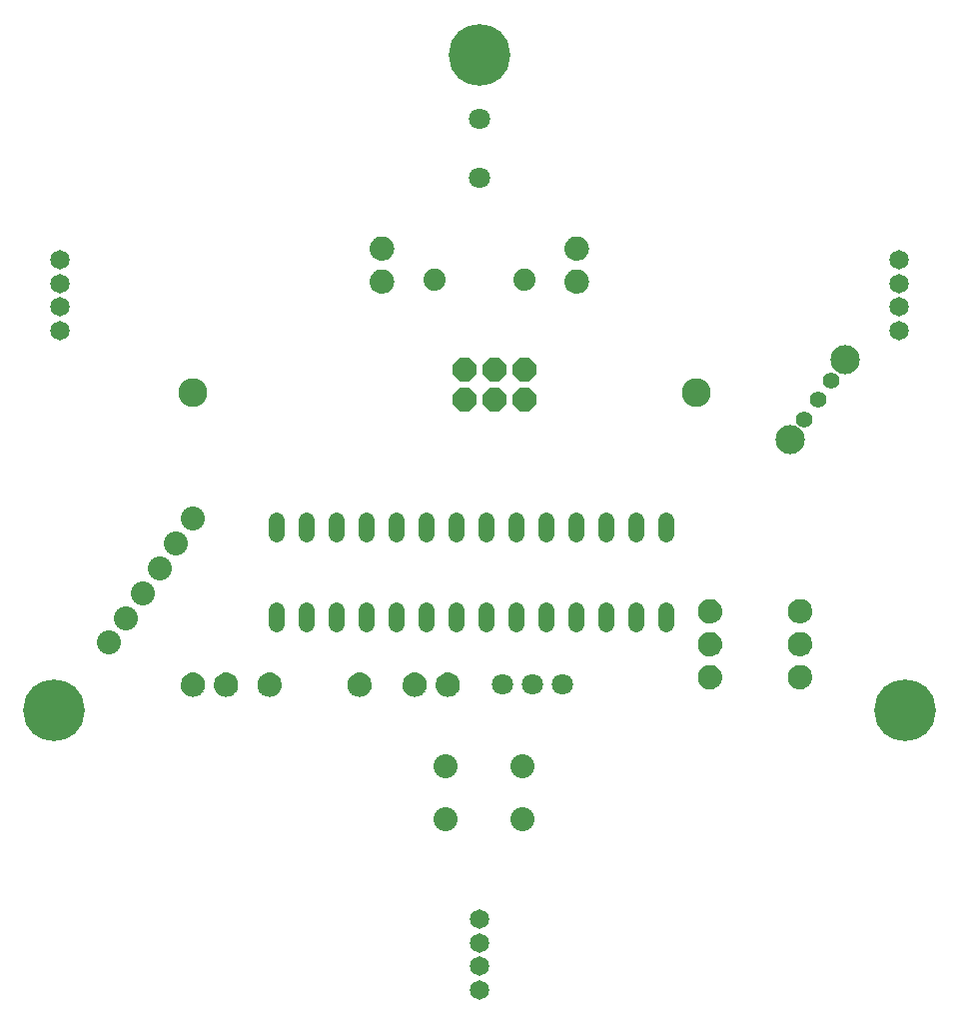
<source format=gbs>
G75*
%MOIN*%
%OFA0B0*%
%FSLAX24Y24*%
%IPPOS*%
%LPD*%
%AMOC8*
5,1,8,0,0,1.08239X$1,22.5*
%
%ADD10C,0.2060*%
%ADD11C,0.0651*%
%ADD12C,0.0800*%
%ADD13C,0.0050*%
%ADD14C,0.0540*%
%ADD15C,0.0740*%
%ADD16C,0.0710*%
%ADD17C,0.0555*%
%ADD18C,0.0975*%
%ADD19OC8,0.0800*%
%ADD20C,0.0960*%
D10*
X005975Y013325D03*
X020175Y035175D03*
X034375Y013325D03*
D11*
X034175Y025994D03*
X034175Y026781D03*
X034175Y027569D03*
X034175Y028356D03*
X020175Y006356D03*
X020175Y005569D03*
X020175Y004781D03*
X020175Y003994D03*
X006175Y025994D03*
X006175Y026781D03*
X006175Y027569D03*
X006175Y028356D03*
D12*
X010621Y019720D03*
X010062Y018891D03*
X009503Y018062D03*
X008943Y017233D03*
X008384Y016404D03*
X007825Y015575D03*
X019045Y011465D03*
X019045Y009685D03*
X021605Y009685D03*
X021605Y011465D03*
D13*
X019387Y013907D02*
X019331Y013862D01*
X019267Y013829D01*
X019197Y013808D01*
X019125Y013802D01*
X019061Y013807D01*
X018998Y013823D01*
X018939Y013849D01*
X018885Y013886D01*
X018839Y013931D01*
X018801Y013983D01*
X018773Y014041D01*
X018756Y014104D01*
X018749Y014168D01*
X018754Y014234D01*
X018770Y014298D01*
X018798Y014358D01*
X018835Y014413D01*
X018881Y014460D01*
X018935Y014499D01*
X018994Y014528D01*
X019058Y014545D01*
X019124Y014552D01*
X019190Y014545D01*
X019253Y014527D01*
X019313Y014498D01*
X019367Y014460D01*
X019413Y014412D01*
X019450Y014357D01*
X019477Y014297D01*
X019493Y014233D01*
X019498Y014167D01*
X019490Y014095D01*
X019468Y014026D01*
X019434Y013963D01*
X019387Y013907D01*
X019397Y013918D02*
X018852Y013918D01*
X018813Y013967D02*
X019436Y013967D01*
X019463Y014015D02*
X018786Y014015D01*
X018767Y014064D02*
X019480Y014064D01*
X019492Y014112D02*
X018755Y014112D01*
X018750Y014161D02*
X019497Y014161D01*
X019495Y014209D02*
X018752Y014209D01*
X018760Y014258D02*
X019487Y014258D01*
X019473Y014306D02*
X018774Y014306D01*
X018796Y014355D02*
X019451Y014355D01*
X019419Y014403D02*
X018828Y014403D01*
X018873Y014452D02*
X019374Y014452D01*
X019309Y014500D02*
X018938Y014500D01*
X019093Y014549D02*
X019154Y014549D01*
X019341Y013870D02*
X018908Y013870D01*
X019002Y013821D02*
X019242Y013821D01*
X018388Y014095D02*
X018366Y014026D01*
X018332Y013963D01*
X018285Y013907D01*
X018229Y013862D01*
X018165Y013829D01*
X018095Y013808D01*
X018023Y013802D01*
X017958Y013807D01*
X017896Y013823D01*
X017837Y013849D01*
X017783Y013886D01*
X017737Y013931D01*
X017699Y013983D01*
X017671Y014041D01*
X017654Y014104D01*
X017647Y014168D01*
X017652Y014234D01*
X017668Y014298D01*
X017696Y014358D01*
X017733Y014413D01*
X017779Y014460D01*
X017833Y014499D01*
X017892Y014528D01*
X017956Y014545D01*
X018022Y014552D01*
X018088Y014545D01*
X018151Y014527D01*
X018211Y014498D01*
X018265Y014460D01*
X018311Y014412D01*
X018348Y014357D01*
X018375Y014297D01*
X018391Y014233D01*
X018396Y014167D01*
X018388Y014095D01*
X018390Y014112D02*
X017653Y014112D01*
X017648Y014161D02*
X018395Y014161D01*
X018393Y014209D02*
X017650Y014209D01*
X017658Y014258D02*
X018385Y014258D01*
X018371Y014306D02*
X017672Y014306D01*
X017694Y014355D02*
X018349Y014355D01*
X018317Y014403D02*
X017726Y014403D01*
X017771Y014452D02*
X018272Y014452D01*
X018207Y014500D02*
X017836Y014500D01*
X017991Y014549D02*
X018052Y014549D01*
X018378Y014064D02*
X017665Y014064D01*
X017684Y014015D02*
X018361Y014015D01*
X018334Y013967D02*
X017711Y013967D01*
X017750Y013918D02*
X018295Y013918D01*
X018239Y013870D02*
X017806Y013870D01*
X017900Y013821D02*
X018140Y013821D01*
X016544Y014096D02*
X016522Y014027D01*
X016488Y013964D01*
X016441Y013908D01*
X016385Y013863D01*
X016321Y013830D01*
X016251Y013809D01*
X016179Y013803D01*
X016114Y013808D01*
X016052Y013824D01*
X015993Y013850D01*
X015939Y013887D01*
X015893Y013932D01*
X015855Y013984D01*
X015827Y014042D01*
X015810Y014105D01*
X015803Y014169D01*
X015808Y014235D01*
X015824Y014299D01*
X015852Y014359D01*
X015889Y014414D01*
X015935Y014461D01*
X015989Y014500D01*
X016048Y014529D01*
X016112Y014546D01*
X016178Y014553D01*
X016244Y014546D01*
X016307Y014528D01*
X016367Y014499D01*
X016421Y014461D01*
X016467Y014413D01*
X016504Y014358D01*
X016531Y014298D01*
X016547Y014234D01*
X016552Y014168D01*
X016544Y014096D01*
X016546Y014112D02*
X015809Y014112D01*
X015804Y014161D02*
X016551Y014161D01*
X016549Y014209D02*
X015806Y014209D01*
X015814Y014258D02*
X016541Y014258D01*
X016527Y014306D02*
X015828Y014306D01*
X015850Y014355D02*
X016505Y014355D01*
X016473Y014403D02*
X015882Y014403D01*
X015926Y014452D02*
X016429Y014452D01*
X016365Y014500D02*
X015990Y014500D01*
X016137Y014549D02*
X016218Y014549D01*
X016534Y014064D02*
X015821Y014064D01*
X015840Y014015D02*
X016516Y014015D01*
X016489Y013967D02*
X015868Y013967D01*
X015907Y013918D02*
X016450Y013918D01*
X016393Y013870D02*
X015964Y013870D01*
X016060Y013821D02*
X016293Y013821D01*
X013543Y014112D02*
X012805Y014112D01*
X012807Y014102D02*
X012800Y014166D01*
X012805Y014232D01*
X012821Y014296D01*
X012849Y014356D01*
X012886Y014411D01*
X012932Y014458D01*
X012986Y014497D01*
X013045Y014526D01*
X013109Y014543D01*
X013175Y014550D01*
X013241Y014543D01*
X013304Y014525D01*
X013364Y014496D01*
X013418Y014458D01*
X013464Y014410D01*
X013501Y014356D01*
X013528Y014295D01*
X013544Y014231D01*
X013549Y014165D01*
X013541Y014093D01*
X013519Y014024D01*
X013485Y013961D01*
X013438Y013905D01*
X013382Y013860D01*
X013318Y013827D01*
X013248Y013806D01*
X013176Y013800D01*
X013111Y013805D01*
X013049Y013821D01*
X012990Y013847D01*
X012936Y013884D01*
X012890Y013929D01*
X012852Y013981D01*
X012824Y014039D01*
X012807Y014102D01*
X012817Y014064D02*
X013532Y014064D01*
X013515Y014015D02*
X012836Y014015D01*
X012862Y013967D02*
X013488Y013967D01*
X013449Y013918D02*
X012901Y013918D01*
X012956Y013870D02*
X013394Y013870D01*
X013300Y013821D02*
X013047Y013821D01*
X012801Y014161D02*
X013549Y014161D01*
X013546Y014209D02*
X012803Y014209D01*
X012812Y014258D02*
X013537Y014258D01*
X013523Y014306D02*
X012826Y014306D01*
X012848Y014355D02*
X013501Y014355D01*
X013468Y014403D02*
X012881Y014403D01*
X012926Y014452D02*
X013423Y014452D01*
X013356Y014500D02*
X012993Y014500D01*
X013164Y014549D02*
X013185Y014549D01*
X012087Y014258D02*
X011360Y014258D01*
X011354Y014234D02*
X011370Y014298D01*
X011398Y014358D01*
X011435Y014413D01*
X011481Y014460D01*
X011535Y014499D01*
X011594Y014528D01*
X011658Y014545D01*
X011724Y014552D01*
X011790Y014545D01*
X011853Y014527D01*
X011913Y014498D01*
X011967Y014460D01*
X012013Y014412D01*
X012050Y014357D01*
X012077Y014297D01*
X012093Y014233D01*
X012098Y014167D01*
X012090Y014095D01*
X012068Y014026D01*
X012034Y013963D01*
X011987Y013907D01*
X011931Y013862D01*
X011867Y013829D01*
X011797Y013808D01*
X011725Y013802D01*
X011661Y013807D01*
X011598Y013823D01*
X011539Y013849D01*
X011485Y013886D01*
X011439Y013931D01*
X011401Y013983D01*
X011373Y014041D01*
X011356Y014104D01*
X011349Y014168D01*
X011354Y014234D01*
X011352Y014209D02*
X012095Y014209D01*
X012097Y014161D02*
X011350Y014161D01*
X011355Y014112D02*
X012092Y014112D01*
X012080Y014064D02*
X011367Y014064D01*
X011386Y014015D02*
X012063Y014015D01*
X012036Y013967D02*
X011413Y013967D01*
X011452Y013918D02*
X011997Y013918D01*
X011941Y013870D02*
X011508Y013870D01*
X011602Y013821D02*
X011842Y013821D01*
X012073Y014306D02*
X011374Y014306D01*
X011396Y014355D02*
X012051Y014355D01*
X012019Y014403D02*
X011428Y014403D01*
X011473Y014452D02*
X011974Y014452D01*
X011909Y014500D02*
X011538Y014500D01*
X011693Y014549D02*
X011754Y014549D01*
X010975Y014297D02*
X010991Y014233D01*
X010996Y014167D01*
X010988Y014095D01*
X010966Y014026D01*
X010932Y013963D01*
X010885Y013907D01*
X010829Y013862D01*
X010765Y013829D01*
X010695Y013808D01*
X010623Y013802D01*
X010558Y013807D01*
X010496Y013823D01*
X010437Y013849D01*
X010383Y013886D01*
X010337Y013931D01*
X010299Y013983D01*
X010271Y014041D01*
X010254Y014104D01*
X010247Y014168D01*
X010252Y014234D01*
X010268Y014298D01*
X010296Y014358D01*
X010333Y014413D01*
X010379Y014460D01*
X010433Y014499D01*
X010492Y014528D01*
X010556Y014545D01*
X010622Y014552D01*
X010688Y014545D01*
X010751Y014527D01*
X010811Y014498D01*
X010865Y014460D01*
X010911Y014412D01*
X010948Y014357D01*
X010975Y014297D01*
X010971Y014306D02*
X010272Y014306D01*
X010258Y014258D02*
X010985Y014258D01*
X010993Y014209D02*
X010250Y014209D01*
X010248Y014161D02*
X010995Y014161D01*
X010990Y014112D02*
X010253Y014112D01*
X010265Y014064D02*
X010978Y014064D01*
X010961Y014015D02*
X010284Y014015D01*
X010311Y013967D02*
X010934Y013967D01*
X010895Y013918D02*
X010350Y013918D01*
X010406Y013870D02*
X010839Y013870D01*
X010740Y013821D02*
X010500Y013821D01*
X010294Y014355D02*
X010949Y014355D01*
X010917Y014403D02*
X010326Y014403D01*
X010371Y014452D02*
X010872Y014452D01*
X010807Y014500D02*
X010436Y014500D01*
X010591Y014549D02*
X010652Y014549D01*
X016776Y027282D02*
X016713Y027316D01*
X016657Y027363D01*
X016612Y027419D01*
X016579Y027483D01*
X016558Y027553D01*
X016552Y027625D01*
X016557Y027689D01*
X016573Y027752D01*
X016599Y027811D01*
X016636Y027865D01*
X016681Y027911D01*
X016733Y027949D01*
X016791Y027977D01*
X016854Y027994D01*
X016918Y028001D01*
X016984Y027996D01*
X017048Y027980D01*
X017108Y027952D01*
X017163Y027915D01*
X017210Y027869D01*
X017249Y027815D01*
X017278Y027756D01*
X017295Y027692D01*
X017302Y027626D01*
X017295Y027560D01*
X017277Y027497D01*
X017248Y027437D01*
X017210Y027383D01*
X017162Y027337D01*
X017107Y027300D01*
X017047Y027273D01*
X016983Y027257D01*
X016917Y027252D01*
X016845Y027260D01*
X016776Y027282D01*
X016734Y027305D02*
X017114Y027305D01*
X017178Y027353D02*
X016669Y027353D01*
X016626Y027402D02*
X017223Y027402D01*
X017255Y027450D02*
X016596Y027450D01*
X016574Y027499D02*
X017278Y027499D01*
X017292Y027547D02*
X016560Y027547D01*
X016555Y027596D02*
X017299Y027596D01*
X017300Y027644D02*
X016553Y027644D01*
X016558Y027693D02*
X017295Y027693D01*
X017282Y027741D02*
X016570Y027741D01*
X016589Y027790D02*
X017261Y027790D01*
X017232Y027838D02*
X016617Y027838D01*
X016657Y027887D02*
X017192Y027887D01*
X017134Y027935D02*
X016714Y027935D01*
X016815Y027984D02*
X017033Y027984D01*
X016983Y028359D02*
X016917Y028354D01*
X016845Y028362D01*
X016776Y028384D01*
X016713Y028418D01*
X016657Y028465D01*
X016612Y028521D01*
X016579Y028585D01*
X016558Y028655D01*
X016552Y028727D01*
X016557Y028792D01*
X016573Y028854D01*
X016599Y028913D01*
X016636Y028967D01*
X016681Y029013D01*
X016733Y029051D01*
X016791Y029079D01*
X016854Y029096D01*
X016918Y029103D01*
X016984Y029098D01*
X017048Y029082D01*
X017108Y029054D01*
X017163Y029017D01*
X017210Y028971D01*
X017249Y028917D01*
X017278Y028858D01*
X017295Y028794D01*
X017302Y028728D01*
X017295Y028662D01*
X017277Y028599D01*
X017248Y028539D01*
X017210Y028485D01*
X017162Y028439D01*
X017107Y028402D01*
X017047Y028375D01*
X016983Y028359D01*
X017033Y028372D02*
X016814Y028372D01*
X016711Y028420D02*
X017134Y028420D01*
X017192Y028469D02*
X016654Y028469D01*
X016615Y028517D02*
X017233Y028517D01*
X017261Y028566D02*
X016589Y028566D01*
X016570Y028614D02*
X017282Y028614D01*
X017295Y028663D02*
X016558Y028663D01*
X016553Y028711D02*
X017300Y028711D01*
X017299Y028760D02*
X016554Y028760D01*
X016561Y028808D02*
X017291Y028808D01*
X017278Y028857D02*
X016574Y028857D01*
X016596Y028905D02*
X017255Y028905D01*
X017223Y028954D02*
X016627Y028954D01*
X016670Y029002D02*
X017178Y029002D01*
X017114Y029051D02*
X016733Y029051D01*
X016879Y029099D02*
X016970Y029099D01*
X016973Y027256D02*
X016880Y027256D01*
X023052Y027625D02*
X023058Y027553D01*
X023079Y027483D01*
X023112Y027419D01*
X023157Y027363D01*
X023213Y027316D01*
X023276Y027282D01*
X023345Y027260D01*
X023417Y027252D01*
X023483Y027257D01*
X023547Y027273D01*
X023607Y027300D01*
X023662Y027337D01*
X023710Y027383D01*
X023748Y027437D01*
X023777Y027497D01*
X023795Y027560D01*
X023802Y027626D01*
X023795Y027692D01*
X023778Y027756D01*
X023749Y027815D01*
X023710Y027869D01*
X023663Y027915D01*
X023608Y027952D01*
X023548Y027980D01*
X023484Y027996D01*
X023418Y028001D01*
X023354Y027994D01*
X023291Y027977D01*
X023233Y027949D01*
X023181Y027911D01*
X023136Y027865D01*
X023099Y027811D01*
X023073Y027752D01*
X023057Y027689D01*
X023052Y027625D01*
X023053Y027644D02*
X023800Y027644D01*
X023799Y027596D02*
X023055Y027596D01*
X023060Y027547D02*
X023792Y027547D01*
X023778Y027499D02*
X023074Y027499D01*
X023096Y027450D02*
X023755Y027450D01*
X023723Y027402D02*
X023126Y027402D01*
X023169Y027353D02*
X023678Y027353D01*
X023614Y027305D02*
X023234Y027305D01*
X023380Y027256D02*
X023473Y027256D01*
X023795Y027693D02*
X023058Y027693D01*
X023070Y027741D02*
X023782Y027741D01*
X023761Y027790D02*
X023089Y027790D01*
X023117Y027838D02*
X023732Y027838D01*
X023692Y027887D02*
X023157Y027887D01*
X023214Y027935D02*
X023634Y027935D01*
X023533Y027984D02*
X023315Y027984D01*
X023345Y028362D02*
X023276Y028384D01*
X023213Y028418D01*
X023157Y028465D01*
X023112Y028521D01*
X023079Y028585D01*
X023058Y028655D01*
X023052Y028727D01*
X023057Y028792D01*
X023073Y028854D01*
X023099Y028913D01*
X023136Y028967D01*
X023181Y029013D01*
X023233Y029051D01*
X023291Y029079D01*
X023354Y029096D01*
X023418Y029103D01*
X023484Y029098D01*
X023548Y029082D01*
X023608Y029054D01*
X023663Y029017D01*
X023710Y028971D01*
X023749Y028917D01*
X023778Y028858D01*
X023795Y028794D01*
X023802Y028728D01*
X023795Y028662D01*
X023777Y028599D01*
X023748Y028539D01*
X023710Y028485D01*
X023662Y028439D01*
X023607Y028402D01*
X023547Y028375D01*
X023483Y028359D01*
X023417Y028354D01*
X023345Y028362D01*
X023314Y028372D02*
X023533Y028372D01*
X023634Y028420D02*
X023211Y028420D01*
X023154Y028469D02*
X023692Y028469D01*
X023733Y028517D02*
X023115Y028517D01*
X023089Y028566D02*
X023761Y028566D01*
X023782Y028614D02*
X023070Y028614D01*
X023058Y028663D02*
X023795Y028663D01*
X023800Y028711D02*
X023053Y028711D01*
X023054Y028760D02*
X023799Y028760D01*
X023791Y028808D02*
X023061Y028808D01*
X023074Y028857D02*
X023778Y028857D01*
X023755Y028905D02*
X023096Y028905D01*
X023127Y028954D02*
X023723Y028954D01*
X023678Y029002D02*
X023170Y029002D01*
X023233Y029051D02*
X023614Y029051D01*
X023470Y029099D02*
X023379Y029099D01*
X027745Y016976D02*
X027809Y016993D01*
X027875Y017000D01*
X027941Y016993D01*
X028004Y016975D01*
X028064Y016946D01*
X028118Y016908D01*
X028164Y016860D01*
X028201Y016806D01*
X028228Y016745D01*
X028244Y016681D01*
X028249Y016615D01*
X028241Y016543D01*
X028219Y016474D01*
X028185Y016411D01*
X028138Y016355D01*
X028082Y016310D01*
X028018Y016277D01*
X027948Y016256D01*
X027876Y016250D01*
X027811Y016255D01*
X027749Y016271D01*
X027690Y016297D01*
X027636Y016334D01*
X027590Y016379D01*
X027552Y016431D01*
X027524Y016489D01*
X028224Y016489D01*
X028239Y016537D02*
X027511Y016537D01*
X027507Y016552D02*
X027524Y016489D01*
X027548Y016440D02*
X028201Y016440D01*
X028169Y016392D02*
X027580Y016392D01*
X027626Y016343D02*
X028123Y016343D01*
X028053Y016295D02*
X027695Y016295D01*
X027507Y016552D02*
X027500Y016616D01*
X027505Y016682D01*
X027521Y016746D01*
X027549Y016806D01*
X027586Y016861D01*
X027632Y016908D01*
X027686Y016947D01*
X027745Y016976D01*
X027742Y016974D02*
X028007Y016974D01*
X028093Y016925D02*
X027656Y016925D01*
X027601Y016877D02*
X028148Y016877D01*
X028185Y016828D02*
X027564Y016828D01*
X027537Y016780D02*
X028212Y016780D01*
X028231Y016731D02*
X027518Y016731D01*
X027505Y016683D02*
X028244Y016683D01*
X028248Y016634D02*
X027501Y016634D01*
X027503Y016586D02*
X028246Y016586D01*
X028004Y015875D02*
X028064Y015846D01*
X028118Y015808D01*
X028164Y015760D01*
X028201Y015706D01*
X028228Y015645D01*
X028244Y015581D01*
X028249Y015515D01*
X028241Y015443D01*
X028219Y015374D01*
X028185Y015311D01*
X028138Y015255D01*
X028082Y015210D01*
X028018Y015177D01*
X027948Y015156D01*
X027876Y015150D01*
X027811Y015155D01*
X027749Y015171D01*
X027690Y015197D01*
X027636Y015234D01*
X027590Y015279D01*
X027552Y015331D01*
X027524Y015389D01*
X027507Y015452D01*
X027500Y015516D01*
X027505Y015582D01*
X027521Y015646D01*
X027549Y015706D01*
X027586Y015761D01*
X027632Y015808D01*
X027686Y015847D01*
X027745Y015876D01*
X027809Y015893D01*
X027875Y015900D01*
X027941Y015893D01*
X028004Y015875D01*
X028039Y015858D02*
X027710Y015858D01*
X027634Y015810D02*
X028115Y015810D01*
X028163Y015761D02*
X027586Y015761D01*
X027553Y015713D02*
X028196Y015713D01*
X028219Y015664D02*
X027530Y015664D01*
X027514Y015616D02*
X028235Y015616D01*
X028245Y015567D02*
X027504Y015567D01*
X027500Y015519D02*
X028249Y015519D01*
X028244Y015470D02*
X027505Y015470D01*
X027515Y015422D02*
X028235Y015422D01*
X028219Y015373D02*
X027532Y015373D01*
X027557Y015325D02*
X028192Y015325D01*
X028156Y015276D02*
X027592Y015276D01*
X027645Y015228D02*
X028104Y015228D01*
X028023Y015179D02*
X027729Y015179D01*
X027809Y014793D02*
X027875Y014800D01*
X027941Y014793D01*
X028004Y014775D01*
X028064Y014746D01*
X028118Y014708D01*
X028164Y014660D01*
X028201Y014606D01*
X028228Y014545D01*
X028244Y014481D01*
X028249Y014415D01*
X028241Y014343D01*
X028219Y014274D01*
X028185Y014211D01*
X028138Y014155D01*
X028082Y014110D01*
X028018Y014077D01*
X027948Y014056D01*
X027876Y014050D01*
X027811Y014055D01*
X027749Y014071D01*
X027690Y014097D01*
X027636Y014134D01*
X027590Y014179D01*
X027552Y014231D01*
X027524Y014289D01*
X027507Y014352D01*
X027500Y014416D01*
X027505Y014482D01*
X027521Y014546D01*
X027549Y014606D01*
X027586Y014661D01*
X027632Y014708D01*
X027686Y014747D01*
X027745Y014776D01*
X027809Y014793D01*
X027802Y014791D02*
X027947Y014791D01*
X028069Y014743D02*
X027680Y014743D01*
X027619Y014694D02*
X028131Y014694D01*
X028173Y014646D02*
X027576Y014646D01*
X027545Y014597D02*
X028205Y014597D01*
X028226Y014549D02*
X027523Y014549D01*
X027510Y014500D02*
X028239Y014500D01*
X028246Y014452D02*
X027503Y014452D01*
X027501Y014403D02*
X028248Y014403D01*
X028242Y014355D02*
X027506Y014355D01*
X027519Y014306D02*
X028230Y014306D01*
X028211Y014258D02*
X027539Y014258D01*
X027568Y014209D02*
X028184Y014209D01*
X028143Y014161D02*
X027608Y014161D01*
X027667Y014112D02*
X028085Y014112D01*
X027974Y014064D02*
X027775Y014064D01*
X030510Y014355D02*
X030503Y014419D01*
X030508Y014485D01*
X030524Y014549D01*
X031231Y014549D01*
X031231Y014548D02*
X031247Y014484D01*
X031252Y014418D01*
X031244Y014346D01*
X031222Y014277D01*
X031188Y014214D01*
X031141Y014158D01*
X031085Y014113D01*
X031021Y014080D01*
X030951Y014059D01*
X030879Y014053D01*
X030814Y014058D01*
X030752Y014074D01*
X030693Y014100D01*
X030639Y014137D01*
X030593Y014182D01*
X030555Y014234D01*
X030527Y014292D01*
X030510Y014355D01*
X030509Y014355D02*
X031245Y014355D01*
X031250Y014403D02*
X030505Y014403D01*
X030506Y014452D02*
X031250Y014452D01*
X031243Y014500D02*
X030512Y014500D01*
X030524Y014549D02*
X030552Y014609D01*
X030589Y014664D01*
X030635Y014711D01*
X030689Y014750D01*
X030748Y014779D01*
X030812Y014796D01*
X030878Y014803D01*
X030944Y014796D01*
X031007Y014778D01*
X031067Y014749D01*
X031121Y014711D01*
X031167Y014663D01*
X031204Y014608D01*
X031231Y014548D01*
X031209Y014597D02*
X030546Y014597D01*
X030577Y014646D02*
X031178Y014646D01*
X031136Y014694D02*
X030619Y014694D01*
X030679Y014743D02*
X031076Y014743D01*
X030961Y014791D02*
X030794Y014791D01*
X030814Y015158D02*
X030752Y015174D01*
X030693Y015200D01*
X030639Y015237D01*
X030593Y015282D01*
X030555Y015334D01*
X030527Y015392D01*
X030510Y015455D01*
X030503Y015519D01*
X030508Y015585D01*
X030524Y015649D01*
X030552Y015709D01*
X030589Y015764D01*
X030635Y015811D01*
X030689Y015850D01*
X030748Y015879D01*
X030812Y015896D01*
X030878Y015903D01*
X030944Y015896D01*
X031007Y015878D01*
X031067Y015849D01*
X031121Y015811D01*
X031167Y015763D01*
X031204Y015708D01*
X031231Y015648D01*
X031247Y015584D01*
X031252Y015518D01*
X031244Y015446D01*
X031222Y015377D01*
X031188Y015314D01*
X031141Y015258D01*
X031085Y015213D01*
X031021Y015180D01*
X030951Y015159D01*
X030879Y015153D01*
X030814Y015158D01*
X030739Y015179D02*
X031020Y015179D01*
X031103Y015228D02*
X030652Y015228D01*
X030598Y015276D02*
X031156Y015276D01*
X031194Y015325D02*
X030562Y015325D01*
X030536Y015373D02*
X031220Y015373D01*
X031237Y015422D02*
X030519Y015422D01*
X030508Y015470D02*
X031247Y015470D01*
X031252Y015519D02*
X030503Y015519D01*
X030507Y015567D02*
X031248Y015567D01*
X031239Y015616D02*
X030516Y015616D01*
X030531Y015664D02*
X031224Y015664D01*
X031201Y015713D02*
X030554Y015713D01*
X030587Y015761D02*
X031168Y015761D01*
X031121Y015810D02*
X030634Y015810D01*
X030707Y015858D02*
X031048Y015858D01*
X030951Y016259D02*
X030879Y016253D01*
X030814Y016258D01*
X030752Y016274D01*
X030693Y016300D01*
X030639Y016337D01*
X030593Y016382D01*
X030555Y016434D01*
X030527Y016492D01*
X030510Y016555D01*
X030503Y016619D01*
X030508Y016685D01*
X030524Y016749D01*
X030552Y016809D01*
X030589Y016864D01*
X030635Y016911D01*
X030689Y016950D01*
X030748Y016979D01*
X030812Y016996D01*
X030878Y017003D01*
X030944Y016996D01*
X031007Y016978D01*
X031067Y016949D01*
X031121Y016911D01*
X031167Y016863D01*
X031204Y016808D01*
X031231Y016748D01*
X031247Y016684D01*
X031252Y016618D01*
X031244Y016546D01*
X031222Y016477D01*
X031188Y016414D01*
X031141Y016358D01*
X031085Y016313D01*
X031021Y016280D01*
X030951Y016259D01*
X031050Y016295D02*
X030704Y016295D01*
X030632Y016343D02*
X031123Y016343D01*
X031169Y016392D02*
X030586Y016392D01*
X030552Y016440D02*
X031202Y016440D01*
X031226Y016489D02*
X030529Y016489D01*
X030514Y016537D02*
X031241Y016537D01*
X031249Y016586D02*
X030506Y016586D01*
X030504Y016634D02*
X031251Y016634D01*
X031247Y016683D02*
X030508Y016683D01*
X030520Y016731D02*
X031235Y016731D01*
X031217Y016780D02*
X030538Y016780D01*
X030565Y016828D02*
X031190Y016828D01*
X031153Y016877D02*
X030602Y016877D01*
X030655Y016925D02*
X031100Y016925D01*
X031016Y016974D02*
X030739Y016974D01*
X030523Y014306D02*
X031232Y014306D01*
X031212Y014258D02*
X030544Y014258D01*
X030573Y014209D02*
X031184Y014209D01*
X031143Y014161D02*
X030614Y014161D01*
X030675Y014112D02*
X031084Y014112D01*
X030967Y014064D02*
X030790Y014064D01*
D14*
X026425Y016185D02*
X026425Y016665D01*
X025425Y016665D02*
X025425Y016185D01*
X024425Y016185D02*
X024425Y016665D01*
X023425Y016665D02*
X023425Y016185D01*
X022425Y016185D02*
X022425Y016665D01*
X021425Y016665D02*
X021425Y016185D01*
X020425Y016185D02*
X020425Y016665D01*
X019425Y016665D02*
X019425Y016185D01*
X018425Y016185D02*
X018425Y016665D01*
X017425Y016665D02*
X017425Y016185D01*
X016425Y016185D02*
X016425Y016665D01*
X015425Y016665D02*
X015425Y016185D01*
X014425Y016185D02*
X014425Y016665D01*
X013425Y016665D02*
X013425Y016185D01*
X013425Y019185D02*
X013425Y019665D01*
X014425Y019665D02*
X014425Y019185D01*
X015425Y019185D02*
X015425Y019665D01*
X016425Y019665D02*
X016425Y019185D01*
X017425Y019185D02*
X017425Y019665D01*
X018425Y019665D02*
X018425Y019185D01*
X019425Y019185D02*
X019425Y019665D01*
X020425Y019665D02*
X020425Y019185D01*
X021425Y019185D02*
X021425Y019665D01*
X022425Y019665D02*
X022425Y019185D01*
X023425Y019185D02*
X023425Y019665D01*
X024425Y019665D02*
X024425Y019185D01*
X025425Y019185D02*
X025425Y019665D01*
X026425Y019665D02*
X026425Y019185D01*
D15*
X021675Y027675D03*
X018675Y027675D03*
D16*
X020175Y031090D03*
X020175Y033060D03*
X020935Y014175D03*
X021935Y014175D03*
X022935Y014175D03*
D17*
X031028Y023024D03*
X031475Y023675D03*
X031922Y024326D03*
D18*
X032390Y025006D03*
X030560Y022344D03*
D19*
X021675Y023675D03*
X020675Y023675D03*
X020675Y024675D03*
X021675Y024675D03*
X019675Y024675D03*
X019675Y023675D03*
D20*
X027425Y023925D03*
X010625Y023925D03*
M02*

</source>
